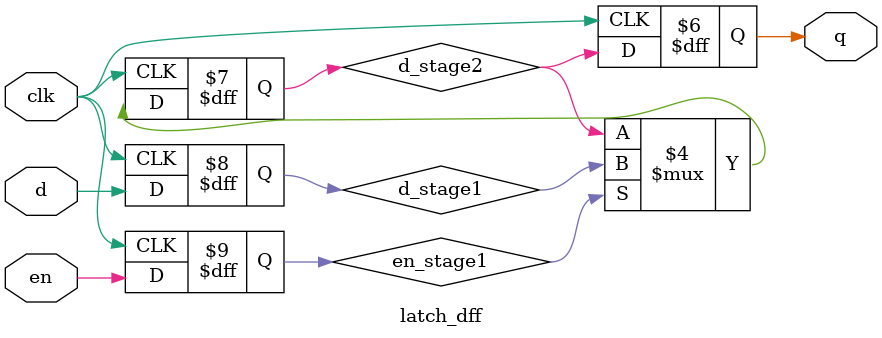
<source format=sv>
module latch_dff (
    input wire clk,
    input wire en,
    input wire d,
    output reg q
);

    // 中间流水线寄存器
    reg d_stage1;
    reg en_stage1;
    reg d_stage2;
    
    // 第一级流水线：捕获输入
    always @(posedge clk) begin
        d_stage1 <= d;
        en_stage1 <= en;
    end
    
    // 第二级流水线：锁存逻辑
    always @(posedge clk) begin
        if (en_stage1)
            d_stage2 <= d_stage1;
    end
    
    // 第三级流水线：输出寄存
    always @(posedge clk) begin
        q <= d_stage2;
    end

endmodule
</source>
